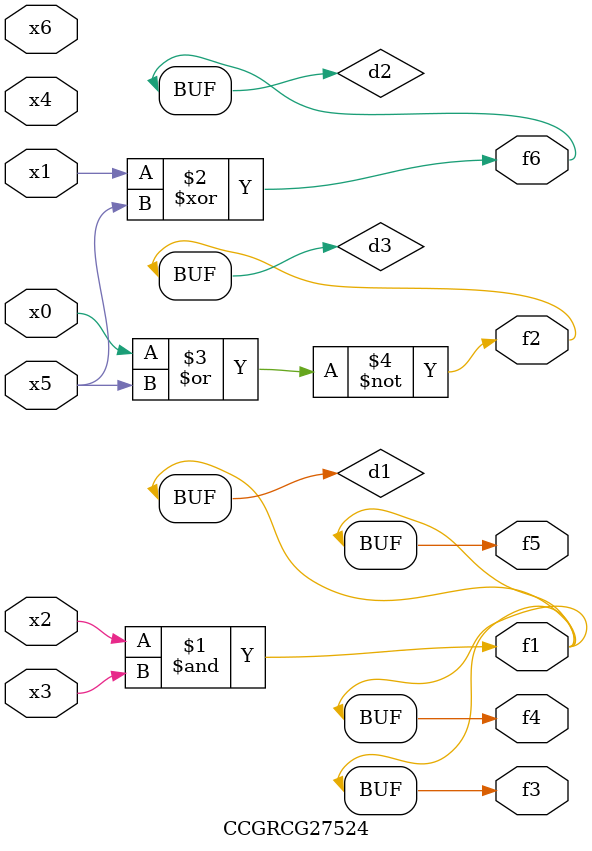
<source format=v>
module CCGRCG27524(
	input x0, x1, x2, x3, x4, x5, x6,
	output f1, f2, f3, f4, f5, f6
);

	wire d1, d2, d3;

	and (d1, x2, x3);
	xor (d2, x1, x5);
	nor (d3, x0, x5);
	assign f1 = d1;
	assign f2 = d3;
	assign f3 = d1;
	assign f4 = d1;
	assign f5 = d1;
	assign f6 = d2;
endmodule

</source>
